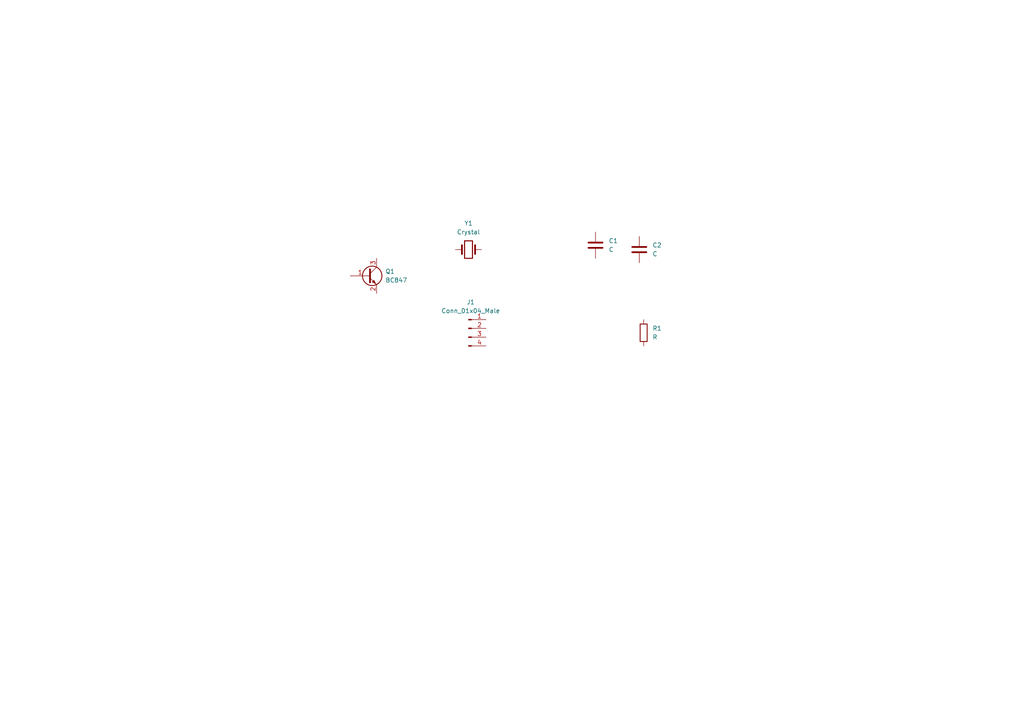
<source format=kicad_sch>
(kicad_sch (version 20211123) (generator eeschema)
  (paper "A4")
  (lib_symbols
    (symbol "Connector:Conn_01x04_Male" (pin_names (offset 1.016) hide)
      (property "Reference" "J" (at 0 5.08 0))
      (property "Value" "Conn_01x04_Male" (at 0 -7.62 0))
      (symbol "Conn_01x04_Male_1_1"
        (polyline (pts (xy 1.27 -5.08) (xy 0.8636 -5.08)) (stroke (width 0.1524)))
        (polyline (pts (xy 1.27 -2.54) (xy 0.8636 -2.54)) (stroke (width 0.1524)))
        (polyline (pts (xy 1.27 0) (xy 0.8636 0)) (stroke (width 0.1524)))
        (polyline (pts (xy 1.27 2.54) (xy 0.8636 2.54)) (stroke (width 0.1524)))
        (rectangle (start 0.8636 -4.953) (end 0 -5.207) (stroke (width 0.1524)) (fill (type outline)))
        (rectangle (start 0.8636 -2.413) (end 0 -2.667) (stroke (width 0.1524)) (fill (type outline)))
        (rectangle (start 0.8636 0.127) (end 0 -0.127) (stroke (width 0.1524)) (fill (type outline)))
        (rectangle (start 0.8636 2.667) (end 0 2.413) (stroke (width 0.1524)) (fill (type outline)))
        (pin passive line (at 5.08 2.54 180) (length 3.81) (name "Pin_1") (number "1"))
        (pin passive line (at 5.08 0 180) (length 3.81) (name "Pin_2") (number "2"))
        (pin passive line (at 5.08 -2.54 180) (length 3.81) (name "Pin_3") (number "3"))
        (pin passive line (at 5.08 -5.08 180) (length 3.81) (name "Pin_4") (number "4"))
      )
    )
    (symbol "Device:C" (pin_numbers hide) (pin_names (offset 0.254))
      (property "Reference" "C" (at 0.635 2.54 0))
      (property "Value" "C" (at 0.635 -2.54 0))
      (symbol "C_0_1"
        (polyline (pts (xy -2.032 -0.762) (xy 2.032 -0.762)) (stroke (width 0.508)))
        (polyline (pts (xy -2.032 0.762) (xy 2.032 0.762)) (stroke (width 0.508)))
      )
      (symbol "C_1_1"
        (pin passive line (at 0 3.81 270) (length 2.794) (name "~") (number "1"))
        (pin passive line (at 0 -3.81 90) (length 2.794) (name "~") (number "2"))
      )
    )
    (symbol "Device:Crystal" (pin_numbers hide) (pin_names (offset 1.016) hide)
      (property "Reference" "Y" (at 0 3.81 0))
      (property "Value" "Crystal" (at 0 -3.81 0))
      (symbol "Crystal_0_1"
        (rectangle (start -1.143 2.54) (end 1.143 -2.54) (stroke (width 0.3048)))
        (polyline (pts (xy -2.54 0) (xy -1.905 0)))
        (polyline (pts (xy -1.905 -1.27) (xy -1.905 1.27)) (stroke (width 0.508)))
        (polyline (pts (xy 1.905 -1.27) (xy 1.905 1.27)) (stroke (width 0.508)))
        (polyline (pts (xy 2.54 0) (xy 1.905 0)))
      )
      (symbol "Crystal_1_1"
        (pin passive line (at -3.81 0 0) (length 1.27) (name "1") (number "1"))
        (pin passive line (at 3.81 0 180) (length 1.27) (name "2") (number "2"))
      )
    )
    (symbol "Device:R" (pin_numbers hide) (pin_names (offset 0))
      (property "Reference" "R" (at 2.032 0 90))
      (property "Value" "R" (at 0 0 90))
      (symbol "R_0_1"
        (rectangle (start -1.016 -2.54) (end 1.016 2.54) (stroke (width 0.254)))
      )
      (symbol "R_1_1"
        (pin passive line (at 0 3.81 270) (length 1.27) (name "~") (number "1"))
        (pin passive line (at 0 -3.81 90) (length 1.27) (name "~") (number "2"))
      )
    )
    (symbol "Transistor_BJT:BC847" (pin_names (offset 0) hide)
      (property "Reference" "Q" (at 5.08 1.905 0))
      (property "Value" "BC847" (at 5.08 0 0))
      (symbol "BC847_0_1"
        (polyline (pts (xy 0.635 0.635) (xy 2.54 2.54)))
        (polyline (pts (xy 0.635 -0.635) (xy 2.54 -2.54) (xy 2.54 -2.54)))
        (polyline (pts (xy 0.635 1.905) (xy 0.635 -1.905) (xy 0.635 -1.905)) (stroke (width 0.508)))
        (polyline (pts (xy 1.27 -1.778) (xy 1.778 -1.27) (xy 2.286 -2.286) (xy 1.27 -1.778) (xy 1.27 -1.778)) (fill (type outline)))
        (circle (center 1.27 0) (radius 2.8194) (stroke (width 0.254)))
      )
      (symbol "BC847_1_1"
        (pin input line (at -5.08 0 0) (length 5.715) (name "B") (number "1"))
        (pin passive line (at 2.54 -5.08 90) (length 2.54) (name "E") (number "2"))
        (pin passive line (at 2.54 5.08 270) (length 2.54) (name "C") (number "3"))
      )
    )
  )
  (symbol (lib_id "Device:R") (at 186.69 96.52 0) (unit 1)
    (property "Reference" "R1" (at 189.23 95.2499 0) (effects (justify left)))
    (property "Value" "R" (at 189.23 97.7899 0) (effects (justify left)))
    (property "Footprint" "Resistor_SMD:R_0805_2012Metric" (effects hide))
  )
  (symbol (lib_id "Device:Crystal") (at 135.89 72.39 0) (unit 1)
    (property "Reference" "Y1" (at 135.89 64.77 0))
    (property "Value" "Crystal" (at 135.89 67.31 0))
    (property "Footprint" "Crystal:Crystal_HC49-4H_Vertical" (effects hide))
  )
  (symbol (lib_id "Connector:Conn_01x04_Male") (at 135.89 95.25 0) (unit 1)
    (property "Reference" "J1" (at 136.525 87.63 0))
    (property "Value" "Conn_01x04_Male" (at 136.525 90.17 0))
    (property "Footprint" "Connector_PinHeader_2.54mm:PinHeader_1x04_P2.54mm_Vertical" (effects hide))
  )
  (symbol (lib_id "Transistor_BJT:BC847") (at 106.68 80.01 0) (unit 1)
    (property "Reference" "Q1" (at 111.76 78.7399 0) (effects (justify left)))
    (property "Value" "BC847" (at 111.76 81.2799 0) (effects (justify left)))
    (property "Footprint" "Package_TO_SOT_SMD:SOT-23" (effects hide))
    (property "Datasheet" "http://www.infineon.com/dgdl/Infineon-BC847SERIES_BC848SERIES_BC849SERIES_BC850SERIES-DS-v01_01-en.pdf?fileId=db3a304314dca389011541d4630a1657" (effects hide))
  )
  (symbol (lib_id "Device:C") (at 172.72 71.12 0) (unit 1)
    (property "Reference" "C1" (at 176.53 69.8499 0) (effects (justify left)))
    (property "Value" "C" (at 176.53 72.3899 0) (effects (justify left)))
    (property "Footprint" "Capacitor_SMD:C_0805_2012Metric" (effects hide))
  )
  (symbol (lib_id "Device:C") (at 185.42 72.39 0) (unit 1)
    (property "Reference" "C2" (at 189.23 71.1199 0) (effects (justify left)))
    (property "Value" "C" (at 189.23 73.6599 0) (effects (justify left)))
    (property "Footprint" "Capacitor_SMD:C_0805_2012Metric" (effects hide))
  )
)
</source>
